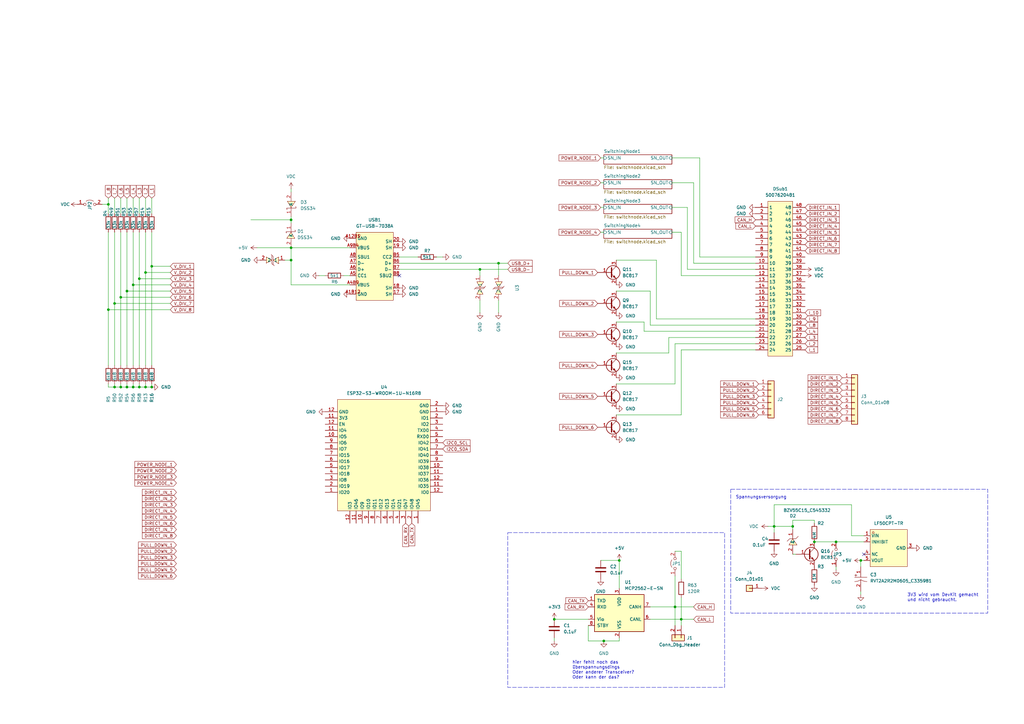
<source format=kicad_sch>
(kicad_sch (version 20250114) (generator "eeschema") (generator_version "9.0")
  (paper "A3")
  (title_block (title "ESPPDM"))
  (rectangle (start 208.28 218.44) (end 297.18 281.94) (stroke (width 0) (type dash)))
  (rectangle (start 299.72 200.66) (end 405.13 251.46) (stroke (width 0) (type dash)))
  (text "3V3 wird vom DevKit gemacht\nund nicht gebraucht." (at 372.11 246.888 0) (effects (font (size 1.27 1.27)) (justify left bottom)))
  (text "hier fehlt noch das\nüberspannungsdings\nOder anderer Transceiver?\nOder kann der das?" (at 234.696 278.638 0) (effects (font (size 1.27 1.27)) (justify left bottom)))
  (text "Spannungsversorgung" (at 301.752 204.724 0) (effects (font (size 1.27 1.27)) (justify left bottom)))
  (junction (at 54.61 158.75))
  (junction (at 353.06 229.87))
  (junction (at 59.69 111.76))
  (junction (at 59.69 158.75))
  (junction (at 49.53 158.75))
  (junction (at 57.15 114.3))
  (junction (at 204.47 107.95))
  (junction (at 44.45 127))
  (junction (at 342.9 222.25))
  (junction (at 119.38 90.17))
  (junction (at 325.12 215.9))
  (junction (at 46.99 158.75))
  (junction (at 52.07 119.38))
  (junction (at 247.65 262.89))
  (junction (at 317.5 215.9))
  (junction (at 254 229.87))
  (junction (at 52.07 158.75))
  (junction (at 276.86 248.92))
  (junction (at 279.4 254))
  (junction (at 119.38 101.6))
  (junction (at 62.23 158.75))
  (junction (at 196.85 110.49))
  (junction (at 334.01 222.25))
  (junction (at 227.33 254))
  (junction (at 49.53 121.92))
  (junction (at 57.15 158.75))
  (junction (at 46.99 124.46))
  (junction (at 54.61 116.84))
  (junction (at 119.38 106.68))
  (junction (at 62.23 109.22))
  (junction (at 44.45 83.82))
  (no_connect (at 163.83 113.03))
  (no_connect (at 354.33 227.33))
  (wire (pts (xy 143.51 116.84) (xy 119.38 116.84)))
  (wire (pts (xy 46.99 158.75) (xy 46.99 157.48)))
  (wire (pts (xy 276.86 226.06) (xy 279.4 226.06)))
  (wire (pts (xy 52.07 87.63) (xy 52.07 81.28)))
  (wire (pts (xy 52.07 119.38) (xy 69.85 119.38)))
  (wire (pts (xy 309.88 140.97) (xy 276.86 140.97)))
  (wire (pts (xy 317.5 218.44) (xy 317.5 215.9)))
  (wire (pts (xy 54.61 87.63) (xy 54.61 81.28)))
  (wire (pts (xy 274.32 138.43) (xy 309.88 138.43)))
  (wire (pts (xy 196.85 123.19) (xy 196.85 128.27)))
  (wire (pts (xy 279.4 143.51) (xy 309.88 143.51)))
  (wire (pts (xy 44.45 127) (xy 69.85 127)))
  (wire (pts (xy 59.69 111.76) (xy 59.69 149.86)))
  (wire (pts (xy 52.07 158.75) (xy 52.07 157.48)))
  (wire (pts (xy 276.86 248.92) (xy 276.86 256.54)))
  (wire (pts (xy 254 229.87) (xy 254 241.3)))
  (wire (pts (xy 119.38 88.9) (xy 119.38 90.17)))
  (wire (pts (xy 204.47 128.27) (xy 204.47 123.19)))
  (wire (pts (xy 59.69 157.48) (xy 59.69 158.75)))
  (wire (pts (xy 279.4 254) (xy 279.4 256.54)))
  (wire (pts (xy 119.38 101.6) (xy 143.51 101.6)))
  (wire (pts (xy 44.45 95.25) (xy 44.45 127)))
  (wire (pts (xy 46.99 158.75) (xy 49.53 158.75)))
  (wire (pts (xy 163.83 110.49) (xy 196.85 110.49)))
  (wire (pts (xy 252.73 144.78) (xy 274.32 144.78)))
  (wire (pts (xy 317.5 207.01) (xy 349.25 207.01)))
  (wire (pts (xy 252.73 157.48) (xy 276.86 157.48)))
  (wire (pts (xy 163.83 105.41) (xy 171.45 105.41)))
  (wire (pts (xy 281.94 110.49) (xy 309.88 110.49)))
  (wire (pts (xy 276.86 236.22) (xy 276.86 248.92)))
  (wire (pts (xy 49.53 121.92) (xy 49.53 149.86)))
  (wire (pts (xy 204.47 107.95) (xy 208.28 107.95)))
  (wire (pts (xy 279.4 245.11) (xy 279.4 254)))
  (wire (pts (xy 275.59 85.09) (xy 281.94 85.09)))
  (wire (pts (xy 266.7 133.35) (xy 309.88 133.35)))
  (wire (pts (xy 54.61 116.84) (xy 54.61 149.86)))
  (wire (pts (xy 46.99 95.25) (xy 46.99 124.46)))
  (wire (pts (xy 119.38 90.17) (xy 119.38 91.44)))
  (wire (pts (xy 44.45 127) (xy 44.45 149.86)))
  (wire (pts (xy 54.61 116.84) (xy 69.85 116.84)))
  (wire (pts (xy 57.15 95.25) (xy 57.15 114.3)))
  (wire (pts (xy 334.01 213.36) (xy 334.01 214.63)))
  (wire (pts (xy 46.99 124.46) (xy 69.85 124.46)))
  (wire (pts (xy 130.81 113.03) (xy 133.35 113.03)))
  (wire (pts (xy 275.59 64.77) (xy 287.02 64.77)))
  (wire (pts (xy 246.38 95.25) (xy 247.65 95.25)))
  (wire (pts (xy 41.91 83.82) (xy 44.45 83.82)))
  (wire (pts (xy 241.3 256.54) (xy 241.3 262.89)))
  (wire (pts (xy 59.69 81.28) (xy 59.69 87.63)))
  (wire (pts (xy 266.7 248.92) (xy 276.86 248.92)))
  (wire (pts (xy 52.07 119.38) (xy 52.07 149.86)))
  (wire (pts (xy 275.59 95.25) (xy 279.4 95.25)))
  (wire (pts (xy 119.38 106.68) (xy 116.84 106.68)))
  (wire (pts (xy 353.06 242.57) (xy 353.06 243.84)))
  (wire (pts (xy 62.23 81.28) (xy 62.23 87.63)))
  (wire (pts (xy 247.65 262.89) (xy 254 262.89)))
  (wire (pts (xy 54.61 95.25) (xy 54.61 116.84)))
  (wire (pts (xy 44.45 83.82) (xy 44.45 87.63)))
  (wire (pts (xy 252.73 119.38) (xy 266.7 119.38)))
  (wire (pts (xy 334.01 222.25) (xy 342.9 222.25)))
  (wire (pts (xy 309.88 135.89) (xy 264.16 135.89)))
  (wire (pts (xy 241.3 262.89) (xy 247.65 262.89)))
  (wire (pts (xy 59.69 95.25) (xy 59.69 111.76)))
  (wire (pts (xy 163.83 107.95) (xy 204.47 107.95)))
  (wire (pts (xy 279.4 95.25) (xy 279.4 113.03)))
  (wire (pts (xy 57.15 114.3) (xy 69.85 114.3)))
  (wire (pts (xy 140.97 113.03) (xy 143.51 113.03)))
  (wire (pts (xy 274.32 144.78) (xy 274.32 138.43)))
  (wire (pts (xy 196.85 110.49) (xy 196.85 113.03)))
  (wire (pts (xy 246.38 74.93) (xy 247.65 74.93)))
  (wire (pts (xy 309.88 130.81) (xy 269.24 130.81)))
  (wire (pts (xy 54.61 158.75) (xy 57.15 158.75)))
  (wire (pts (xy 317.5 215.9) (xy 317.5 207.01)))
  (wire (pts (xy 275.59 74.93) (xy 284.48 74.93)))
  (wire (pts (xy 59.69 158.75) (xy 57.15 158.75)))
  (wire (pts (xy 325.12 215.9) (xy 325.12 217.17)))
  (wire (pts (xy 57.15 87.63) (xy 57.15 81.28)))
  (wire (pts (xy 44.45 81.28) (xy 44.45 83.82)))
  (wire (pts (xy 62.23 157.48) (xy 62.23 158.75)))
  (wire (pts (xy 287.02 105.41) (xy 309.88 105.41)))
  (wire (pts (xy 276.86 248.92) (xy 284.48 248.92)))
  (wire (pts (xy 349.25 219.71) (xy 354.33 219.71)))
  (wire (pts (xy 46.99 81.28) (xy 46.99 87.63)))
  (wire (pts (xy 196.85 110.49) (xy 208.28 110.49)))
  (wire (pts (xy 44.45 158.75) (xy 46.99 158.75)))
  (wire (pts (xy 252.73 106.68) (xy 269.24 106.68)))
  (wire (pts (xy 52.07 158.75) (xy 54.61 158.75)))
  (wire (pts (xy 227.33 254) (xy 241.3 254)))
  (wire (pts (xy 266.7 254) (xy 279.4 254)))
  (wire (pts (xy 44.45 157.48) (xy 44.45 158.75)))
  (wire (pts (xy 52.07 95.25) (xy 52.07 119.38)))
  (wire (pts (xy 254 262.89) (xy 254 261.62)))
  (wire (pts (xy 284.48 107.95) (xy 284.48 74.93)))
  (wire (pts (xy 119.38 116.84) (xy 119.38 106.68)))
  (wire (pts (xy 57.15 158.75) (xy 57.15 157.48)))
  (wire (pts (xy 276.86 157.48) (xy 276.86 140.97)))
  (wire (pts (xy 54.61 158.75) (xy 54.61 157.48)))
  (wire (pts (xy 266.7 119.38) (xy 266.7 133.35)))
  (wire (pts (xy 49.53 121.92) (xy 69.85 121.92)))
  (wire (pts (xy 227.33 261.62) (xy 227.33 262.89)))
  (wire (pts (xy 181.61 105.41) (xy 179.07 105.41)))
  (wire (pts (xy 325.12 213.36) (xy 325.12 215.9)))
  (wire (pts (xy 252.73 170.18) (xy 279.4 170.18)))
  (wire (pts (xy 62.23 109.22) (xy 62.23 149.86)))
  (wire (pts (xy 119.38 78.74) (xy 119.38 77.47)))
  (wire (pts (xy 246.38 229.87) (xy 254 229.87)))
  (wire (pts (xy 252.73 132.08) (xy 264.16 132.08)))
  (wire (pts (xy 246.38 85.09) (xy 247.65 85.09)))
  (wire (pts (xy 119.38 106.68) (xy 119.38 101.6)))
  (wire (pts (xy 325.12 227.33) (xy 326.39 227.33)))
  (wire (pts (xy 349.25 207.01) (xy 349.25 219.71)))
  (wire (pts (xy 246.38 64.77) (xy 247.65 64.77)))
  (wire (pts (xy 46.99 124.46) (xy 46.99 149.86)))
  (wire (pts (xy 264.16 135.89) (xy 264.16 132.08)))
  (wire (pts (xy 279.4 113.03) (xy 309.88 113.03)))
  (wire (pts (xy 105.41 101.6) (xy 119.38 101.6)))
  (wire (pts (xy 57.15 114.3) (xy 57.15 149.86)))
  (wire (pts (xy 317.5 215.9) (xy 325.12 215.9)))
  (wire (pts (xy 49.53 95.25) (xy 49.53 121.92)))
  (wire (pts (xy 49.53 158.75) (xy 49.53 157.48)))
  (wire (pts (xy 279.4 170.18) (xy 279.4 143.51)))
  (wire (pts (xy 69.85 109.22) (xy 62.23 109.22)))
  (wire (pts (xy 279.4 254) (xy 284.48 254)))
  (wire (pts (xy 342.9 222.25) (xy 354.33 222.25)))
  (wire (pts (xy 102.87 90.17) (xy 119.38 90.17)))
  (wire (pts (xy 279.4 226.06) (xy 279.4 237.49)))
  (wire (pts (xy 353.06 229.87) (xy 353.06 232.41)))
  (wire (pts (xy 342.9 233.68) (xy 342.9 232.41)))
  (wire (pts (xy 314.96 215.9) (xy 317.5 215.9)))
  (wire (pts (xy 281.94 85.09) (xy 281.94 110.49)))
  (wire (pts (xy 353.06 229.87) (xy 354.33 229.87)))
  (wire (pts (xy 49.53 158.75) (xy 52.07 158.75)))
  (wire (pts (xy 49.53 87.63) (xy 49.53 81.28)))
  (wire (pts (xy 62.23 158.75) (xy 59.69 158.75)))
  (wire (pts (xy 269.24 130.81) (xy 269.24 106.68)))
  (wire (pts (xy 204.47 107.95) (xy 204.47 113.03)))
  (wire (pts (xy 62.23 95.25) (xy 62.23 109.22)))
  (wire (pts (xy 287.02 64.77) (xy 287.02 105.41)))
  (wire (pts (xy 69.85 111.76) (xy 59.69 111.76)))
  (wire (pts (xy 309.88 107.95) (xy 284.48 107.95)))
  (wire (pts (xy 325.12 213.36) (xy 334.01 213.36)))
  (global_label "DIRECT_IN_6" (shape input) (at 330.2 97.79 0) (property "Intersheetrefs" "${INTERSHEET_REFS}" (effects (hide yes))))
  (global_label "V_DIV_8" (shape input) (at 69.85 127 0) (property "Intersheetrefs" "${INTERSHEET_REFS}" (effects (hide yes))))
  (global_label "DIRECT_IN_2" (shape input) (at 72.39 204.47 180) (property "Intersheetrefs" "${INTERSHEET_REFS}" (effects (hide yes))))
  (global_label "CAN_RX" (shape input) (at 241.3 248.92 180) (property "Intersheetrefs" "${INTERSHEET_REFS}" (effects (hide yes))))
  (global_label "DIRECT_IN_8" (shape input) (at 330.2 102.87 0) (property "Intersheetrefs" "${INTERSHEET_REFS}" (effects (hide yes))))
  (global_label "PULL_DOWN_3" (shape input) (at 311.15 162.56 180) (property "Intersheetrefs" "${INTERSHEET_REFS}" (effects (hide yes))))
  (global_label "DIRECT_IN_5" (shape input) (at 345.44 165.1 180) (property "Intersheetrefs" "${INTERSHEET_REFS}" (effects (hide yes))))
  (global_label "DIRECT_IN_8" (shape input) (at 345.44 172.72 180) (property "Intersheetrefs" "${INTERSHEET_REFS}" (effects (hide yes))))
  (global_label "I_5" (shape input) (at 52.07 81.28 90) (property "Intersheetrefs" "${INTERSHEET_REFS}" (effects (hide yes))))
  (global_label "V_DIV_4" (shape input) (at 69.85 116.84 0) (property "Intersheetrefs" "${INTERSHEET_REFS}" (effects (hide yes))))
  (global_label "PULL_DOWN_2" (shape input) (at 72.39 226.06 180) (property "Intersheetrefs" "${INTERSHEET_REFS}" (effects (hide yes))))
  (global_label "PULL_DOWN_1" (shape input) (at 311.15 157.48 180) (property "Intersheetrefs" "${INTERSHEET_REFS}" (effects (hide yes))))
  (global_label "POWER_NODE_2" (shape input) (at 72.39 193.04 180) (property "Intersheetrefs" "${INTERSHEET_REFS}" (effects (hide yes))))
  (global_label "DIRECT_IN_2" (shape input) (at 345.44 157.48 180) (property "Intersheetrefs" "${INTERSHEET_REFS}" (effects (hide yes))))
  (global_label "CAN_L" (shape input) (at 309.88 92.71 180) (property "Intersheetrefs" "${INTERSHEET_REFS}" (effects (hide yes))))
  (global_label "V_DIV_1" (shape input) (at 69.85 109.22 0) (property "Intersheetrefs" "${INTERSHEET_REFS}" (effects (hide yes))))
  (global_label "PULL_DOWN_6" (shape input) (at 72.39 236.22 180) (property "Intersheetrefs" "${INTERSHEET_REFS}" (effects (hide yes))))
  (global_label "PULL_DOWN_5" (shape input) (at 72.39 233.68 180) (property "Intersheetrefs" "${INTERSHEET_REFS}" (effects (hide yes))))
  (global_label "I_4" (shape input) (at 54.61 81.28 90) (property "Intersheetrefs" "${INTERSHEET_REFS}" (effects (hide yes))))
  (global_label "DIRECT_IN_3" (shape input) (at 330.2 90.17 0) (property "Intersheetrefs" "${INTERSHEET_REFS}" (effects (hide yes))))
  (global_label "POWER_NODE_3" (shape input) (at 246.38 85.09 180) (property "Intersheetrefs" "${INTERSHEET_REFS}" (effects (hide yes))))
  (global_label "PULL_DOWN_1" (shape input) (at 72.39 223.52 180) (property "Intersheetrefs" "${INTERSHEET_REFS}" (effects (hide yes))))
  (global_label "DIRECT_IN_5" (shape input) (at 330.2 95.25 0) (property "Intersheetrefs" "${INTERSHEET_REFS}" (effects (hide yes))))
  (global_label "PULL_DOWN_4" (shape input) (at 245.11 149.86 180) (property "Intersheetrefs" "${INTERSHEET_REFS}" (effects (hide yes))))
  (global_label "V_DIV_5" (shape input) (at 69.85 119.38 0) (property "Intersheetrefs" "${INTERSHEET_REFS}" (effects (hide yes))))
  (global_label "DIRECT_IN_3" (shape input) (at 72.39 207.01 180) (property "Intersheetrefs" "${INTERSHEET_REFS}" (effects (hide yes))))
  (global_label "I_4" (shape input) (at 330.2 135.89 0) (property "Intersheetrefs" "${INTERSHEET_REFS}" (effects (hide yes))))
  (global_label "I_1" (shape input) (at 330.2 143.51 0) (property "Intersheetrefs" "${INTERSHEET_REFS}" (effects (hide yes))))
  (global_label "I2C0_SDA" (shape input) (at 181.61 184.15 0) (property "Intersheetrefs" "${INTERSHEET_REFS}" (effects (hide yes))))
  (global_label "CAN_L" (shape input) (at 284.48 254 0) (property "Intersheetrefs" "${INTERSHEET_REFS}" (effects (hide yes))))
  (global_label "PULL_DOWN_4" (shape input) (at 311.15 165.1 180) (property "Intersheetrefs" "${INTERSHEET_REFS}" (effects (hide yes))))
  (global_label "PULL_DOWN_6" (shape input) (at 311.15 170.18 180) (property "Intersheetrefs" "${INTERSHEET_REFS}" (effects (hide yes))))
  (global_label "POWER_NODE_2" (shape input) (at 246.38 74.93 180) (property "Intersheetrefs" "${INTERSHEET_REFS}" (effects (hide yes))))
  (global_label "DIRECT_IN_7" (shape input) (at 345.44 170.18 180) (property "Intersheetrefs" "${INTERSHEET_REFS}" (effects (hide yes))))
  (global_label "DIRECT_IN_6" (shape input) (at 72.39 214.63 180) (property "Intersheetrefs" "${INTERSHEET_REFS}" (effects (hide yes))))
  (global_label "I_8" (shape input) (at 330.2 133.35 0) (property "Intersheetrefs" "${INTERSHEET_REFS}" (effects (hide yes))))
  (global_label "PULL_DOWN_6" (shape input) (at 245.11 175.26 180) (property "Intersheetrefs" "${INTERSHEET_REFS}" (effects (hide yes))))
  (global_label "I_3" (shape input) (at 330.2 138.43 0) (property "Intersheetrefs" "${INTERSHEET_REFS}" (effects (hide yes))))
  (global_label "I_6" (shape input) (at 49.53 81.28 90) (property "Intersheetrefs" "${INTERSHEET_REFS}" (effects (hide yes))))
  (global_label "I_2" (shape input) (at 59.69 81.28 90) (property "Intersheetrefs" "${INTERSHEET_REFS}" (effects (hide yes))))
  (global_label "POWER_NODE_3" (shape input) (at 72.39 195.58 180) (property "Intersheetrefs" "${INTERSHEET_REFS}" (effects (hide yes))))
  (global_label "I_3" (shape input) (at 57.15 81.28 90) (property "Intersheetrefs" "${INTERSHEET_REFS}" (effects (hide yes))))
  (global_label "USB_D-" (shape input) (at 208.28 110.49 0) (property "Intersheetrefs" "${INTERSHEET_REFS}" (effects (hide yes))))
  (global_label "I_1" (shape input) (at 62.23 81.28 90) (property "Intersheetrefs" "${INTERSHEET_REFS}" (effects (hide yes))))
  (global_label "DIRECT_IN_2" (shape input) (at 330.2 87.63 0) (property "Intersheetrefs" "${INTERSHEET_REFS}" (effects (hide yes))))
  (global_label "V_DIV_7" (shape input) (at 69.85 124.46 0) (property "Intersheetrefs" "${INTERSHEET_REFS}" (effects (hide yes))))
  (global_label "I_9" (shape input) (at 330.2 130.81 0) (property "Intersheetrefs" "${INTERSHEET_REFS}" (effects (hide yes))))
  (global_label "DIRECT_IN_4" (shape input) (at 72.39 209.55 180) (property "Intersheetrefs" "${INTERSHEET_REFS}" (effects (hide yes))))
  (global_label "PULL_DOWN_5" (shape input) (at 245.11 162.56 180) (property "Intersheetrefs" "${INTERSHEET_REFS}" (effects (hide yes))))
  (global_label "I2C0_SCL" (shape input) (at 181.61 181.61 0) (property "Intersheetrefs" "${INTERSHEET_REFS}" (effects (hide yes))))
  (global_label "DIRECT_IN_3" (shape input) (at 345.44 160.02 180) (property "Intersheetrefs" "${INTERSHEET_REFS}" (effects (hide yes))))
  (global_label "DIRECT_IN_1" (shape input) (at 330.2 85.09 0) (property "Intersheetrefs" "${INTERSHEET_REFS}" (effects (hide yes))))
  (global_label "DIRECT_IN_7" (shape input) (at 72.39 217.17 180) (property "Intersheetrefs" "${INTERSHEET_REFS}" (effects (hide yes))))
  (global_label "DIRECT_IN_4" (shape input) (at 345.44 162.56 180) (property "Intersheetrefs" "${INTERSHEET_REFS}" (effects (hide yes))))
  (global_label "PULL_DOWN_4" (shape input) (at 72.39 231.14 180) (property "Intersheetrefs" "${INTERSHEET_REFS}" (effects (hide yes))))
  (global_label "CAN_H" (shape input) (at 309.88 90.17 180) (property "Intersheetrefs" "${INTERSHEET_REFS}" (effects (hide yes))))
  (global_label "PULL_DOWN_1" (shape input) (at 245.11 111.76 180) (property "Intersheetrefs" "${INTERSHEET_REFS}" (effects (hide yes))))
  (global_label "PULL_DOWN_2" (shape input) (at 311.15 160.02 180) (property "Intersheetrefs" "${INTERSHEET_REFS}" (effects (hide yes))))
  (global_label "CAN_H" (shape input) (at 284.48 248.92 0) (property "Intersheetrefs" "${INTERSHEET_REFS}" (effects (hide yes))))
  (global_label "PULL_DOWN_3" (shape input) (at 72.39 228.6 180) (property "Intersheetrefs" "${INTERSHEET_REFS}" (effects (hide yes))))
  (global_label "V_DIV_6" (shape input) (at 69.85 121.92 0) (property "Intersheetrefs" "${INTERSHEET_REFS}" (effects (hide yes))))
  (global_label "PULL_DOWN_5" (shape input) (at 311.15 167.64 180) (property "Intersheetrefs" "${INTERSHEET_REFS}" (effects (hide yes))))
  (global_label "POWER_NODE_4" (shape input) (at 72.39 198.12 180) (property "Intersheetrefs" "${INTERSHEET_REFS}" (effects (hide yes))))
  (global_label "DIRECT_IN_7" (shape input) (at 330.2 100.33 0) (property "Intersheetrefs" "${INTERSHEET_REFS}" (effects (hide yes))))
  (global_label "DIRECT_IN_1" (shape input) (at 345.44 154.94 180) (property "Intersheetrefs" "${INTERSHEET_REFS}" (effects (hide yes))))
  (global_label "CAN_TX" (shape input) (at 241.3 246.38 180) (property "Intersheetrefs" "${INTERSHEET_REFS}" (effects (hide yes))))
  (global_label "V_DIV_3" (shape input) (at 69.85 114.3 0) (property "Intersheetrefs" "${INTERSHEET_REFS}" (effects (hide yes))))
  (global_label "USB_D+" (shape input) (at 208.28 107.95 0) (property "Intersheetrefs" "${INTERSHEET_REFS}" (effects (hide yes))))
  (global_label "I_8" (shape input) (at 44.45 81.28 90) (property "Intersheetrefs" "${INTERSHEET_REFS}" (effects (hide yes))))
  (global_label "I_2" (shape input) (at 330.2 140.97 0) (property "Intersheetrefs" "${INTERSHEET_REFS}" (effects (hide yes))))
  (global_label "V_DIV_2" (shape input) (at 69.85 111.76 0) (property "Intersheetrefs" "${INTERSHEET_REFS}" (effects (hide yes))))
  (global_label "DIRECT_IN_6" (shape input) (at 345.44 167.64 180) (property "Intersheetrefs" "${INTERSHEET_REFS}" (effects (hide yes))))
  (global_label "DIRECT_IN_4" (shape input) (at 330.2 92.71 0) (property "Intersheetrefs" "${INTERSHEET_REFS}" (effects (hide yes))))
  (global_label "POWER_NODE_4" (shape input) (at 246.38 95.25 180) (property "Intersheetrefs" "${INTERSHEET_REFS}" (effects (hide yes))))
  (global_label "POWER_NODE_1" (shape input) (at 72.39 190.5 180) (property "Intersheetrefs" "${INTERSHEET_REFS}" (effects (hide yes))))
  (global_label "I_10" (shape input) (at 330.2 128.27 0) (property "Intersheetrefs" "${INTERSHEET_REFS}" (effects (hide yes))))
  (global_label "PULL_DOWN_3" (shape input) (at 245.11 137.16 180) (property "Intersheetrefs" "${INTERSHEET_REFS}" (effects (hide yes))))
  (global_label "PULL_DOWN_2" (shape input) (at 245.11 124.46 180) (property "Intersheetrefs" "${INTERSHEET_REFS}" (effects (hide yes))))
  (global_label "POWER_NODE_1" (shape input) (at 246.38 64.77 180) (property "Intersheetrefs" "${INTERSHEET_REFS}" (effects (hide yes))))
  (global_label "CAN_RX" (shape input) (at 166.37 214.63 270) (property "Intersheetrefs" "${INTERSHEET_REFS}" (effects (hide yes))))
  (global_label "DIRECT_IN_8" (shape input) (at 72.39 219.71 180) (property "Intersheetrefs" "${INTERSHEET_REFS}" (effects (hide yes))))
  (global_label "I_7" (shape input) (at 46.99 81.28 90) (property "Intersheetrefs" "${INTERSHEET_REFS}" (effects (hide yes))))
  (global_label "CAN_TX" (shape input) (at 168.91 214.63 270) (property "Intersheetrefs" "${INTERSHEET_REFS}" (effects (hide yes))))
  (global_label "DIRECT_IN_1" (shape input) (at 72.39 201.93 180) (property "Intersheetrefs" "${INTERSHEET_REFS}" (effects (hide yes))))
  (global_label "DIRECT_IN_5" (shape input) (at 72.39 212.09 180) (property "Intersheetrefs" "${INTERSHEET_REFS}" (effects (hide yes))))
  (symbol (lib_id "power:GND") (at 227.33 262.89 0) (unit 1)
    (property "Reference" "#PWR043" (effects (hide yes)))
    (property "Value" "GND" (at 227.33 267.97 0))
  )
  (symbol (lib_id "lcsc:DSS34") (at 119.38 96.52 270) (unit 1)
    (property "Reference" "D1" (at 121.92 94.8699 90) (effects (justify left)))
    (property "Value" "DSS34" (at 121.92 97.4099 90) (effects (justify left)))
    (property "Footprint" "lcsc:SOD-123_L2.8-W1.8-LS3.7-RD" (effects (hide yes)))
    (property "Datasheet" "https://lcsc.com/product-detail/Schottky-Barrier-Diodes-SBD_DSS34_C84632.html" (effects (hide yes)))
    (property "LCSC Part" "C84632" (effects (hide yes)))
  )
  (symbol (lib_name "GND_5") (lib_id "power:GND") (at 252.73 116.84 90) (unit 1)
    (property "Reference" "#PWR010" (effects (hide yes)))
    (property "Value" "GND" (at 256.54 116.8399 90) (effects (justify right)))
    (property "Description" "Power symbol creates a global label with name \"GND\" , ground" (effects (hide yes)))
  )
  (symbol (lib_id "Device:R") (at 46.99 153.67 0) (unit 1)
    (property "Reference" "R50" (at 46.99 165.1 90) (effects (justify left)))
    (property "Value" "6k8" (at 46.99 156.21 90) (effects (justify left)))
    (property "Footprint" "Resistor_SMD:R_0603_1608Metric" (effects (hide yes)))
  )
  (symbol (lib_id "Device:R") (at 57.15 91.44 0) (unit 1)
    (property "Reference" "R57" (at 55.88 88.9 90) (effects (justify left)))
    (property "Value" "33k" (at 57.15 93.98 90) (effects (justify left)))
    (property "Footprint" "Resistor_SMD:R_0603_1608Metric" (effects (hide yes)))
  )
  (symbol (lib_id "Device:R") (at 59.69 91.44 0) (unit 1)
    (property "Reference" "R14" (at 58.42 88.9 90) (effects (justify left)))
    (property "Value" "33k" (at 59.69 93.98 90) (effects (justify left)))
    (property "Footprint" "Resistor_SMD:R_0603_1608Metric" (effects (hide yes)))
  )
  (symbol (lib_id "power:VDC") (at 31.75 83.82 90) (unit 1)
    (property "Reference" "#PWR011" (effects (hide yes)))
    (property "Value" "VDC" (at 28.702 83.82 90) (effects (justify left)))
    (property "Description" "Power symbol creates a global label with name \"VDC\"" (effects (hide yes)))
  )
  (symbol (lib_name "GND_5") (lib_id "power:GND") (at 252.73 154.94 90) (unit 1)
    (property "Reference" "#PWR014" (effects (hide yes)))
    (property "Value" "GND" (at 256.54 154.9399 90) (effects (justify right)))
    (property "Description" "Power symbol creates a global label with name \"GND\" , ground" (effects (hide yes)))
  )
  (symbol (lib_id "Transistor_BJT:BC817") (at 250.19 111.76 0) (unit 1)
    (property "Reference" "Q11" (at 255.27 110.4899 0) (effects (justify left)))
    (property "Value" "BC817" (at 255.27 113.0299 0) (effects (justify left)))
    (property "Footprint" "Package_TO_SOT_SMD:SOT-23" (effects (hide yes)))
    (property "Datasheet" "https://www.onsemi.com/pub/Collateral/BC818-D.pdf" (effects (hide yes)))
    (property "Description" "0.8A Ic, 45V Vce, NPN Transistor, SOT-23" (effects (hide yes)))
  )
  (symbol (lib_name "GND_1") (lib_id "power:GND") (at 163.83 101.6 90) (unit 1)
    (property "Reference" "#PWR031" (effects (hide yes)))
    (property "Value" "GND" (at 167.64 101.5999 90) (effects (justify right)))
    (property "Description" "Power symbol creates a global label with name \"GND\" , ground" (effects (hide yes)))
  )
  (symbol (lib_name "GND_2") (lib_id "power:GND") (at 130.81 113.03 270) (unit 1)
    (property "Reference" "#PWR037" (effects (hide yes)))
    (property "Value" "GND" (at 127 113.0301 90) (effects (justify right)))
    (property "Description" "Power symbol creates a global label with name \"GND\" , ground" (effects (hide yes)))
  )
  (symbol (lib_name "GND_4") (lib_id "power:GND") (at 309.88 87.63 270) (unit 1)
    (property "Reference" "#PWR026" (effects (hide yes)))
    (property "Value" "GND" (at 306.07 87.6299 90) (effects (justify right)))
    (property "Description" "Power symbol creates a global label with name \"GND\" , ground" (effects (hide yes)))
  )
  (symbol (lib_id "lcsc:BNLESD5D5.0CT1G") (at 111.76 106.68 180) (unit 1)
    (property "Reference" "U6" (effects (hide yes)))
    (property "Value" "BNLESD5D5.0CT1G" (effects (hide yes)))
    (property "Footprint" "lcsc:SOD-523_L1.2-W0.8-LS1.6-BI" (effects (hide yes)))
    (property "LCSC Part" "C20416613" (effects (hide yes)))
  )
  (symbol (lib_name "GND_2") (lib_id "power:GND") (at 196.85 128.27 0) (unit 1)
    (property "Reference" "#PWR035" (effects (hide yes)))
    (property "Value" "GND" (at 196.8501 132.08 90) (effects (justify right)))
    (property "Description" "Power symbol creates a global label with name \"GND\" , ground" (effects (hide yes)))
  )
  (symbol (lib_id "lcsc:BNLESD5D5.0CT1G") (at 196.85 118.11 270) (unit 1)
    (property "Reference" "U2" (effects (hide yes)))
    (property "Value" "BNLESD5D5.0CT1G" (effects (hide yes)))
    (property "Footprint" "lcsc:SOD-523_L1.2-W0.8-LS1.6-BI" (effects (hide yes)))
    (property "LCSC Part" "C20416613" (effects (hide yes)))
  )
  (symbol (lib_id "Device:R") (at 334.01 236.22 0) (unit 1)
    (property "Reference" "R3" (at 335.28 232.41 0) (effects (justify left)))
    (property "Value" "1M" (at 334.01 237.998 90) (effects (justify left)))
    (property "Footprint" "Resistor_SMD:R_0603_1608Metric" (effects (hide yes)))
  )
  (symbol (lib_id "Device:R") (at 44.45 153.67 0) (unit 1)
    (property "Reference" "R5" (at 44.45 165.1 90) (effects (justify left)))
    (property "Value" "6k8" (at 44.45 156.21 90) (effects (justify left)))
    (property "Footprint" "Resistor_SMD:R_0603_1608Metric" (effects (hide yes)))
  )
  (symbol (lib_id "lcsc:ESP32-S3-WROOM-1U-N16R8") (at 157.48 189.23 0) (unit 1)
    (property "Reference" "U4" (at 157.48 158.75 0))
    (property "Value" "ESP32-S3-WROOM-1U-N16R8" (at 157.48 161.29 0))
    (property "Footprint" "lcsc:WIRELM-SMD_ESP32-S3-WROOM-1U" (effects (hide yes)))
    (property "LCSC Part" "C3013946" (effects (hide yes)))
  )
  (symbol (lib_id "Transistor_BJT:BC817") (at 250.19 175.26 0) (unit 1)
    (property "Reference" "Q13" (at 255.27 173.9899 0) (effects (justify left)))
    (property "Value" "BC817" (at 255.27 176.5299 0) (effects (justify left)))
    (property "Footprint" "Package_TO_SOT_SMD:SOT-23" (effects (hide yes)))
    (property "Datasheet" "https://www.onsemi.com/pub/Collateral/BC818-D.pdf" (effects (hide yes)))
    (property "Description" "0.8A Ic, 45V Vce, NPN Transistor, SOT-23" (effects (hide yes)))
  )
  (symbol (lib_name "GND_4") (lib_id "power:GND") (at 181.61 166.37 90) (unit 1)
    (property "Reference" "#PWR012" (effects (hide yes)))
    (property "Value" "GND" (at 185.42 166.3699 90) (effects (justify right)))
    (property "Description" "Power symbol creates a global label with name \"GND\" , ground" (effects (hide yes)))
  )
  (symbol (lib_id "Device:R") (at 57.15 153.67 0) (unit 1)
    (property "Reference" "R58" (at 57.15 165.1 90) (effects (justify left)))
    (property "Value" "6k8" (at 57.15 156.21 90) (effects (justify left)))
    (property "Footprint" "Resistor_SMD:R_0603_1608Metric" (effects (hide yes)))
  )
  (symbol (lib_id "Device:R") (at 334.01 218.44 0) (unit 1)
    (property "Reference" "R2" (at 335.28 214.63 0) (effects (justify left)))
    (property "Value" "4M" (at 334.01 220.98 90) (effects (justify left)))
    (property "Footprint" "Resistor_SMD:R_0603_1608Metric" (effects (hide yes)))
  )
  (symbol (lib_id "Device:R") (at 62.23 91.44 0) (unit 1)
    (property "Reference" "R15" (at 60.96 88.9 90) (effects (justify left)))
    (property "Value" "33k" (at 62.23 93.98 90) (effects (justify left)))
    (property "Footprint" "Resistor_SMD:R_0603_1608Metric" (effects (hide yes)))
  )
  (symbol (lib_id "Device:R") (at 175.26 105.41 90) (unit 1)
    (property "Reference" "R?" (at 176.53 102.87 90) (effects (justify left)))
    (property "Value" "5k1" (at 177.038 105.41 90) (effects (justify left)))
    (property "Footprint" "Resistor_SMD:R_0603_1608Metric" (effects (hide yes)))
  )
  (symbol (lib_id "Device:R") (at 49.53 91.44 0) (unit 1)
    (property "Reference" "R51" (at 48.26 88.9 90) (effects (justify left)))
    (property "Value" "33k" (at 49.53 93.98 90) (effects (justify left)))
    (property "Footprint" "Resistor_SMD:R_0603_1608Metric" (effects (hide yes)))
  )
  (symbol (lib_id "power:VDC") (at 312.42 241.3 270) (unit 1)
    (property "Reference" "#PWR023" (effects (hide yes)))
    (property "Value" "VDC" (at 316.23 241.2999 90) (effects (justify left)))
    (property "Description" "Power symbol creates a global label with name \"VDC\"" (effects (hide yes)))
  )
  (symbol (lib_id "Transistor_BJT:BC817") (at 250.19 149.86 0) (unit 1)
    (property "Reference" "Q15" (at 255.27 148.5899 0) (effects (justify left)))
    (property "Value" "BC817" (at 255.27 151.1299 0) (effects (justify left)))
    (property "Footprint" "Package_TO_SOT_SMD:SOT-23" (effects (hide yes)))
    (property "Datasheet" "https://www.onsemi.com/pub/Collateral/BC818-D.pdf" (effects (hide yes)))
    (property "Description" "0.8A Ic, 45V Vce, NPN Transistor, SOT-23" (effects (hide yes)))
  )
  (symbol (lib_id "power:GND") (at 62.23 158.75 90) (unit 1)
    (property "Reference" "#PWR015" (effects (hide yes)))
    (property "Value" "GND" (at 66.04 158.7499 90) (effects (justify right)))
  )
  (symbol (lib_id "Device:R") (at 59.69 153.67 0) (unit 1)
    (property "Reference" "R13" (at 59.69 165.1 90) (effects (justify left)))
    (property "Value" "6k8" (at 59.69 156.21 90) (effects (justify left)))
    (property "Footprint" "Resistor_SMD:R_0603_1608Metric" (effects (hide yes)))
  )
  (symbol (lib_id "power:GND") (at 342.9 233.68 0) (unit 1)
    (property "Reference" "#PWR016" (effects (hide yes)))
    (property "Value" "GND" (at 342.9 238.76 0))
  )
  (symbol (lib_id "Connector_Generic:Conn_01x01") (at 307.34 241.3 180) (unit 1)
    (property "Reference" "J4" (at 307.34 234.95 0))
    (property "Value" "Conn_01x01" (at 307.34 237.49 0))
    (property "Footprint" "Connector_PinHeader_2.54mm:PinHeader_1x01_P2.54mm_Vertical" (effects (hide yes)))
    (property "Description" "Generic connector, single row, 01x01, script generated (kicad-library-utils/schlib/autogen/connector/)" (effects (hide yes)))
  )
  (symbol (lib_id "Device:R") (at 137.16 113.03 270) (unit 1)
    (property "Reference" "R6" (at 135.89 115.57 90) (effects (justify left)))
    (property "Value" "5k1" (at 135.382 113.03 90) (effects (justify left)))
    (property "Footprint" "Resistor_SMD:R_0603_1608Metric" (effects (hide yes)))
  )
  (symbol (lib_id "power:+5V") (at 254 229.87 0) (unit 1)
    (property "Reference" "#PWR049" (effects (hide yes)))
    (property "Value" "+5V" (at 254 224.79 0))
  )
  (symbol (lib_id "lcsc:5007620481") (at 320.04 114.3 0) (unit 1)
    (property "Reference" "DSub1" (at 320.04 77.47 0))
    (property "Value" "5007620481" (at 320.04 80.01 0))
    (property "Footprint" "lcsc:CONN-TH_5007620481" (effects (hide yes)))
    (property "Datasheet" "https://lcsc.com/product-detail/D-Sub-Connectors_MOLEX_5007620481_5007620481_C164171.html" (effects (hide yes)))
    (property "LCSC Part" "C164171" (effects (hide yes)))
  )
  (symbol (lib_id "Device:C") (at 246.38 233.68 0) (unit 1)
    (property "Reference" "C2" (at 250.19 232.41 0) (effects (justify left)))
    (property "Value" "0.1uF" (at 250.19 234.95 0) (effects (justify left)))
    (property "Footprint" "Capacitor_SMD:C_0603_1608Metric" (effects (hide yes)))
  )
  (symbol (lib_id "lcsc:BNLESD5D5.0CT1G") (at 204.47 118.11 270) (unit 1)
    (property "Reference" "U3" (at 212.09 118.11 0))
    (property "Value" "BNLESD5D5.0CT1G" (effects (hide yes)))
    (property "Footprint" "lcsc:SOD-523_L1.2-W0.8-LS1.6-BI" (effects (hide yes)))
    (property "LCSC Part" "C20416613" (effects (hide yes)))
  )
  (symbol (lib_id "Jumper:Jumper_2_Open") (at 276.86 231.14 90) (unit 1)
    (property "Reference" "JP1" (at 275.59 231.14 90) (effects (justify right)))
    (property "Value" "Jumper_2_Open" (effects (hide yes)))
    (property "Footprint" "Jumper:SolderJumper-2_P1.3mm_Open_Pad1.0x1.5mm" (effects (hide yes)))
  )
  (symbol (lib_id "power:VDC") (at 314.96 215.9 90) (unit 1)
    (property "Reference" "#PWR022" (effects (hide yes)))
    (property "Value" "VDC" (at 311.15 215.8999 90) (effects (justify left)))
    (property "Description" "Power symbol creates a global label with name \"VDC\"" (effects (hide yes)))
  )
  (symbol (lib_id "power:GND") (at 317.5 226.06 0) (unit 1)
    (property "Reference" "#PWR063" (effects (hide yes)))
    (property "Value" "GND" (at 317.5 231.14 0))
  )
  (symbol (lib_id "power:+3V3") (at 227.33 254 0) (unit 1)
    (property "Reference" "#PWR042" (effects (hide yes)))
    (property "Value" "+3V3" (at 227.33 248.92 0))
  )
  (symbol (lib_id "Device:R") (at 54.61 153.67 0) (unit 1)
    (property "Reference" "R56" (at 54.61 165.1 90) (effects (justify left)))
    (property "Value" "6k8" (at 54.61 156.21 90) (effects (justify left)))
    (property "Footprint" "Resistor_SMD:R_0603_1608Metric" (effects (hide yes)))
  )
  (symbol (lib_id "power:GND") (at 374.65 224.79 90) (unit 1)
    (property "Reference" "#PWR066" (effects (hide yes)))
    (property "Value" "GND" (at 378.46 224.7899 90) (effects (justify right)))
  )
  (symbol (lib_id "lcsc:RVT2A2R2M0605_C335981") (at 353.06 237.49 0) (unit 1)
    (property "Reference" "C3" (at 356.87 235.7161 0) (effects (justify left)))
    (property "Value" "RVT2A2R2M0605_C335981" (at 356.87 238.2561 0) (effects (justify left)))
    (property "Footprint" "lcsc:CAP-SMD_BD6.3-L6.6-W6.6-FD" (effects (hide yes)))
    (property "Datasheet" "https://lcsc.com/product-detail/Others_ROQANG-RVT2A2R2M0605_C335981.html" (effects (hide yes)))
    (property "LCSC Part" "C335981" (effects (hide yes)))
  )
  (symbol (lib_id "Connector_Generic:Conn_01x02") (at 279.4 261.62 270) (unit 1)
    (property "Reference" "J1" (at 281.686 261.62 90) (effects (justify left)))
    (property "Value" "Conn_Dbg_Header" (at 270.256 264.414 90) (effects (justify left)))
    (property "Footprint" "Connector_PinHeader_2.54mm:PinHeader_1x02_P2.54mm_Vertical" (effects (hide yes)))
    (property "Description" "Generic connector, single row, 01x02, script generated (kicad-library-utils/schlib/autogen/connector/)" (effects (hide yes)))
  )
  (symbol (lib_name "+5V_1") (lib_id "power:+5V") (at 105.41 101.6 90) (unit 1)
    (property "Reference" "#PWR039" (effects (hide yes)))
    (property "Value" "+5V" (at 101.6 101.5999 90) (effects (justify left)))
    (property "Description" "Power symbol creates a global label with name \"+5V\"" (effects (hide yes)))
  )
  (symbol (lib_id "Device:R") (at 44.45 91.44 0) (unit 1)
    (property "Reference" "R4" (at 43.18 88.9 90) (effects (justify left)))
    (property "Value" "33k" (at 44.45 93.98 90) (effects (justify left)))
    (property "Footprint" "Resistor_SMD:R_0603_1608Metric" (effects (hide yes)))
  )
  (symbol (lib_id "Transistor_BJT:BC817") (at 250.19 124.46 0) (unit 1)
    (property "Reference" "Q9" (at 255.27 123.1899 0) (effects (justify left)))
    (property "Value" "BC817" (at 255.27 125.7299 0) (effects (justify left)))
    (property "Footprint" "Package_TO_SOT_SMD:SOT-23" (effects (hide yes)))
    (property "Datasheet" "https://www.onsemi.com/pub/Collateral/BC818-D.pdf" (effects (hide yes)))
    (property "Description" "0.8A Ic, 45V Vce, NPN Transistor, SOT-23" (effects (hide yes)))
  )
  (symbol (lib_name "GND_5") (lib_id "power:GND") (at 252.73 142.24 90) (unit 1)
    (property "Reference" "#PWR013" (effects (hide yes)))
    (property "Value" "GND" (at 256.54 142.2399 90) (effects (justify right)))
    (property "Description" "Power symbol creates a global label with name \"GND\" , ground" (effects (hide yes)))
  )
  (symbol (lib_name "GND_5") (lib_id "power:GND") (at 252.73 129.54 90) (unit 1)
    (property "Reference" "#PWR09" (effects (hide yes)))
    (property "Value" "GND" (at 256.54 129.5399 90) (effects (justify right)))
    (property "Description" "Power symbol creates a global label with name \"GND\" , ground" (effects (hide yes)))
  )
  (symbol (lib_id "Device:R") (at 54.61 91.44 0) (unit 1)
    (property "Reference" "R55" (at 53.34 88.9 90) (effects (justify left)))
    (property "Value" "33k" (at 54.61 93.98 90) (effects (justify left)))
    (property "Footprint" "Resistor_SMD:R_0603_1608Metric" (effects (hide yes)))
  )
  (symbol (lib_name "GND_2") (lib_id "power:GND") (at 106.68 106.68 270) (unit 1)
    (property "Reference" "#PWR038" (effects (hide yes)))
    (property "Value" "GND" (at 102.87 106.6801 90) (effects (justify right)))
    (property "Description" "Power symbol creates a global label with name \"GND\" , ground" (effects (hide yes)))
  )
  (symbol (lib_id "Device:R") (at 52.07 153.67 0) (unit 1)
    (property "Reference" "R54" (at 52.07 165.1 90) (effects (justify left)))
    (property "Value" "6k8" (at 52.07 156.21 90) (effects (justify left)))
    (property "Footprint" "Resistor_SMD:R_0603_1608Metric" (effects (hide yes)))
  )
  (symbol (lib_name "GND_1") (lib_id "power:GND") (at 163.83 118.11 90) (unit 1)
    (property "Reference" "#PWR032" (effects (hide yes)))
    (property "Value" "GND" (at 167.64 118.1099 90) (effects (justify right)))
    (property "Description" "Power symbol creates a global label with name \"GND\" , ground" (effects (hide yes)))
  )
  (symbol (lib_name "GND_5") (lib_id "power:GND") (at 252.73 180.34 90) (unit 1)
    (property "Reference" "#PWR017" (effects (hide yes)))
    (property "Value" "GND" (at 256.54 180.3399 90) (effects (justify right)))
    (property "Description" "Power symbol creates a global label with name \"GND\" , ground" (effects (hide yes)))
  )
  (symbol (lib_id "Transistor_BJT:BC817") (at 331.47 227.33 0) (unit 1)
    (property "Reference" "Q16" (at 336.55 226.0599 0) (effects (justify left)))
    (property "Value" "BC817" (at 336.55 228.5999 0) (effects (justify left)))
    (property "Footprint" "Package_TO_SOT_SMD:SOT-23" (effects (hide yes)))
    (property "Datasheet" "https://www.onsemi.com/pub/Collateral/BC818-D.pdf" (effects (hide yes)))
    (property "Description" "0.8A Ic, 45V Vce, NPN Transistor, SOT-23" (effects (hide yes)))
    (property "lcsc" "C52801" (effects (hide yes)))
  )
  (symbol (lib_name "GND_2") (lib_id "power:GND") (at 181.61 105.41 90) (unit 1)
    (property "Reference" "#PWR036" (effects (hide yes)))
    (property "Value" "GND" (at 185.42 105.4099 90) (effects (justify right)))
    (property "Description" "Power symbol creates a global label with name \"GND\" , ground" (effects (hide yes)))
  )
  (symbol (lib_id "power:GND") (at 334.01 240.03 0) (unit 1)
    (property "Reference" "#PWR018" (effects (hide yes)))
    (property "Value" "GND" (at 334.01 245.11 0))
  )
  (symbol (lib_id "Device:C") (at 227.33 257.81 0) (unit 1)
    (property "Reference" "C1" (at 231.14 256.54 0) (effects (justify left)))
    (property "Value" "0.1uF" (at 231.14 259.08 0) (effects (justify left)))
    (property "Footprint" "Capacitor_SMD:C_0603_1608Metric" (effects (hide yes)))
  )
  (symbol (lib_id "Transistor_BJT:BC817") (at 250.19 162.56 0) (unit 1)
    (property "Reference" "Q12" (at 255.27 161.2899 0) (effects (justify left)))
    (property "Value" "BC817" (at 255.27 163.8299 0) (effects (justify left)))
    (property "Footprint" "Package_TO_SOT_SMD:SOT-23" (effects (hide yes)))
    (property "Datasheet" "https://www.onsemi.com/pub/Collateral/BC818-D.pdf" (effects (hide yes)))
    (property "Description" "0.8A Ic, 45V Vce, NPN Transistor, SOT-23" (effects (hide yes)))
  )
  (symbol (lib_name "GND_1") (lib_id "power:GND") (at 163.83 120.65 90) (unit 1)
    (property "Reference" "#PWR033" (effects (hide yes)))
    (property "Value" "GND" (at 167.64 120.6499 90) (effects (justify right)))
    (property "Description" "Power symbol creates a global label with name \"GND\" , ground" (effects (hide yes)))
  )
  (symbol (lib_id "Connector_Generic:Conn_01x06") (at 316.23 162.56 0) (unit 1)
    (property "Reference" "J2" (at 318.77 163.8299 0) (effects (justify left)))
    (property "Value" "Conn_01x07" (effects (hide yes)))
    (property "Footprint" "Connector_PinSocket_2.54mm:PinSocket_1x06_P2.54mm_Vertical" (effects (hide yes)))
    (property "Description" "Generic connector, single row, 01x06, script generated (kicad-library-utils/schlib/autogen/connector/)" (effects (hide yes)))
  )
  (symbol (lib_id "power:GND") (at 246.38 237.49 0) (unit 1)
    (property "Reference" "#PWR044" (effects (hide yes)))
    (property "Value" "GND" (at 246.38 242.57 0))
  )
  (symbol (lib_id "Device:R") (at 62.23 153.67 0) (unit 1)
    (property "Reference" "R16" (at 62.23 165.1 90) (effects (justify left)))
    (property "Value" "6k8" (at 62.23 156.21 90) (effects (justify left)))
    (property "Footprint" "Resistor_SMD:R_0603_1608Metric" (effects (hide yes)))
  )
  (symbol (lib_id "lcsc:GT-USB-7038A") (at 153.67 109.22 0) (unit 1)
    (property "Reference" "USB1" (at 153.67 90.17 0))
    (property "Value" "GT-USB-7038A" (at 153.67 92.71 0))
    (property "Footprint" "lcsc:USB-C-TH_G-SWITCH_GT-USB-7038X" (effects (hide yes)))
    (property "LCSC Part" "C2982474" (effects (hide yes)))
  )
  (symbol (lib_id "Device:C") (at 317.5 222.25 0) (unit 1)
    (property "Reference" "C4" (at 312.42 220.98 0) (effects (justify left)))
    (property "Value" "0.1uF" (at 308.61 223.52 0) (effects (justify left)))
    (property "Footprint" "Capacitor_SMD:C_0603_1608Metric" (effects (hide yes)))
  )
  (symbol (lib_id "Device:R") (at 46.99 91.44 0) (unit 1)
    (property "Reference" "R49" (at 45.72 88.9 90) (effects (justify left)))
    (property "Value" "33k" (at 46.99 93.98 90) (effects (justify left)))
    (property "Footprint" "Resistor_SMD:R_0603_1608Metric" (effects (hide yes)))
  )
  (symbol (lib_id "power:VDC") (at 330.2 110.49 270) (unit 1)
    (property "Reference" "#PWR020" (effects (hide yes)))
    (property "Value" "VDC" (at 334.01 110.4899 90) (effects (justify left)))
    (property "Description" "Power symbol creates a global label with name \"VDC\"" (effects (hide yes)))
  )
  (symbol (lib_id "lcsc:BZV55C15_C545332") (at 325.12 222.25 270) (unit 1)
    (property "Reference" "D2" (at 323.85 211.582 90) (effects (justify left)))
    (property "Value" "BZV55C15_C545332" (at 321.31 209.296 90) (effects (justify left)))
    (property "Footprint" "lcsc:SOD-80_L3.5-W1.5-RD" (effects (hide yes)))
    (property "Datasheet" "https://lcsc.com/product-detail/Zener-Diodes_LGE-BZV55C15_C545332.html" (effects (hide yes)))
    (property "LCSC Part" "C545332" (effects (hide yes)))
  )
  (symbol (lib_name "GND_1") (lib_id "power:GND") (at 143.51 120.65 270) (unit 1)
    (property "Reference" "#PWR028" (effects (hide yes)))
    (property "Value" "GND" (at 139.7 120.6499 90) (effects (justify right)))
    (property "Description" "Power symbol creates a global label with name \"GND\" , ground" (effects (hide yes)))
  )
  (symbol (lib_id "Interface_CAN_LIN:MCP2562-E-SN") (at 254 251.46 0) (unit 1)
    (property "Reference" "U1" (at 256.1941 238.76 0) (effects (justify left)))
    (property "Value" "MCP2562-E-SN" (at 256.1941 241.3 0) (effects (justify left)))
    (property "Footprint" "Package_SO:SOIC-8_3.9x4.9mm_P1.27mm" (effects (hide yes)))
    (property "Datasheet" "http://ww1.microchip.com/downloads/en/DeviceDoc/25167A.pdf" (effects (hide yes)))
    (property "lcsc" "C53609" (effects (hide yes)))
  )
  (symbol (lib_name "GND_1") (lib_id "power:GND") (at 143.51 97.79 270) (unit 1)
    (property "Reference" "#PWR029" (effects (hide yes)))
    (property "Value" "GND" (at 139.7 97.7899 90) (effects (justify right)))
    (property "Description" "Power symbol creates a global label with name \"GND\" , ground" (effects (hide yes)))
  )
  (symbol (lib_id "Device:R") (at 52.07 91.44 0) (unit 1)
    (property "Reference" "R53" (at 50.8 88.9 90) (effects (justify left)))
    (property "Value" "33k" (at 52.07 93.98 90) (effects (justify left)))
    (property "Footprint" "Resistor_SMD:R_0603_1608Metric" (effects (hide yes)))
  )
  (symbol (lib_id "Jumper:Jumper_2_Open") (at 36.83 83.82 0) (unit 1)
    (property "Reference" "JP2" (at 36.83 82.55 90) (effects (justify right)))
    (property "Value" "VCC_as_Pin_8" (effects (hide yes)))
    (property "Footprint" "Jumper:SolderJumper-2_P1.3mm_Open_Pad1.0x1.5mm" (effects (hide yes)))
  )
  (symbol (lib_id "power:GND") (at 247.65 262.89 0) (unit 1)
    (property "Reference" "#PWR045" (effects (hide yes)))
    (property "Value" "GND" (at 247.65 267.97 0))
  )
  (symbol (lib_id "Connector_Generic:Conn_01x08") (at 350.52 162.56 0) (unit 1)
    (property "Reference" "J3" (at 353.06 162.5599 0) (effects (justify left)))
    (property "Value" "Conn_01x08" (at 353.06 165.0999 0) (effects (justify left)))
    (property "Footprint" "Connector_PinSocket_2.54mm:PinSocket_1x08_P2.54mm_Vertical" (effects (hide yes)))
    (property "Description" "Generic connector, single row, 01x08, script generated (kicad-library-utils/schlib/autogen/connector/)" (effects (hide yes)))
  )
  (symbol (lib_name "GND_1") (lib_id "power:GND") (at 163.83 99.06 90) (unit 1)
    (property "Reference" "#PWR030" (effects (hide yes)))
    (property "Value" "GND" (at 167.64 99.0599 90) (effects (justify right)))
    (property "Description" "Power symbol creates a global label with name \"GND\" , ground" (effects (hide yes)))
  )
  (symbol (lib_id "lcsc:DSS34") (at 119.38 83.82 90) (unit 1)
    (property "Reference" "D3" (at 123.19 82.9299 90) (effects (justify right)))
    (property "Value" "DSS34" (at 123.19 85.4699 90) (effects (justify right)))
    (property "Footprint" "lcsc:SOD-123_L2.8-W1.8-LS3.7-RD" (effects (hide yes)))
    (property "Datasheet" "https://lcsc.com/product-detail/Schottky-Barrier-Diodes-SBD_DSS34_C84632.html" (effects (hide yes)))
    (property "LCSC Part" "C84632" (effects (hide yes)))
  )
  (symbol (lib_id "Jumper:Jumper_2_Open") (at 342.9 227.33 90) (unit 1)
    (property "Reference" "JP3" (at 341.63 227.33 90) (effects (justify right)))
    (property "Value" "Jumper_2_Open" (effects (hide yes)))
    (property "Footprint" "Jumper:SolderJumper-2_P1.3mm_Open_Pad1.0x1.5mm" (effects (hide yes)))
  )
  (symbol (lib_id "Transistor_BJT:BC817") (at 250.19 137.16 0) (unit 1)
    (property "Reference" "Q10" (at 255.27 135.8899 0) (effects (justify left)))
    (property "Value" "BC817" (at 255.27 138.4299 0) (effects (justify left)))
    (property "Footprint" "Package_TO_SOT_SMD:SOT-23" (effects (hide yes)))
    (property "Datasheet" "https://www.onsemi.com/pub/Collateral/BC818-D.pdf" (effects (hide yes)))
    (property "Description" "0.8A Ic, 45V Vce, NPN Transistor, SOT-23" (effects (hide yes)))
  )
  (symbol (lib_id "power:VDC") (at 119.38 77.47 0) (unit 1)
    (property "Reference" "#PWR040" (effects (hide yes)))
    (property "Value" "VDC" (at 119.38 72.39 0))
    (property "Description" "Power symbol creates a global label with name \"VDC\"" (effects (hide yes)))
  )
  (symbol (lib_id "power:+5V") (at 353.06 229.87 90) (unit 1)
    (property "Reference" "#PWR055" (effects (hide yes)))
    (property "Value" "+5V" (at 349.25 229.87 90) (effects (justify left)))
  )
  (symbol (lib_id "lcsc:LF50CPT-TR") (at 364.49 224.79 0) (unit 1)
    (property "Reference" "U5" (at 364.49 212.09 0))
    (property "Value" "LF50CPT-TR" (at 364.49 214.63 0))
    (property "Footprint" "lcsc:PPAK-5_L6.5-W6.1-P1.27-LS10.0-TL" (effects (hide yes)))
    (property "LCSC Part" "C2970955" (effects (hide yes)))
  )
  (symbol (lib_name "GND_4") (lib_id "power:GND") (at 309.88 85.09 270) (unit 1)
    (property "Reference" "#PWR025" (effects (hide yes)))
    (property "Value" "GND" (at 306.07 85.0899 90) (effects (justify right)))
    (property "Description" "Power symbol creates a global label with name \"GND\" , ground" (effects (hide yes)))
  )
  (symbol (lib_id "power:GND") (at 353.06 243.84 0) (unit 1)
    (property "Reference" "#PWR064" (effects (hide yes)))
    (property "Value" "GND" (at 353.06 248.92 0))
  )
  (symbol (lib_id "Device:R") (at 279.4 241.3 0) (unit 1)
    (property "Reference" "R63" (at 281.94 240.03 0) (effects (justify left)))
    (property "Value" "120R" (at 281.94 242.57 0) (effects (justify left)))
    (property "Footprint" "Resistor_SMD:R_0603_1608Metric" (effects (hide yes)))
  )
  (symbol (lib_name "GND_4") (lib_id "power:GND") (at 181.61 168.91 90) (unit 1)
    (property "Reference" "#PWR024" (effects (hide yes)))
    (property "Value" "GND" (at 185.42 168.9099 90) (effects (justify right)))
    (property "Description" "Power symbol creates a global label with name \"GND\" , ground" (effects (hide yes)))
  )
  (symbol (lib_id "power:VDC") (at 330.2 113.03 270) (unit 1)
    (property "Reference" "#PWR021" (effects (hide yes)))
    (property "Value" "VDC" (at 334.01 113.0299 90) (effects (justify left)))
    (property "Description" "Power symbol creates a global label with name \"VDC\"" (effects (hide yes)))
  )
  (symbol (lib_name "GND_2") (lib_id "power:GND") (at 204.47 128.27 0) (unit 1)
    (property "Reference" "#PWR034" (effects (hide yes)))
    (property "Value" "GND" (at 204.4701 132.08 90) (effects (justify right)))
    (property "Description" "Power symbol creates a global label with name \"GND\" , ground" (effects (hide yes)))
  )
  (symbol (lib_name "GND_5") (lib_id "power:GND") (at 252.73 167.64 90) (unit 1)
    (property "Reference" "#PWR019" (effects (hide yes)))
    (property "Value" "GND" (at 256.54 167.6399 90) (effects (justify right)))
    (property "Description" "Power symbol creates a global label with name \"GND\" , ground" (effects (hide yes)))
  )
  (symbol (lib_id "Device:R") (at 49.53 153.67 0) (unit 1)
    (property "Reference" "R52" (at 49.53 165.1 90) (effects (justify left)))
    (property "Value" "6k8" (at 49.53 156.21 90) (effects (justify left)))
    (property "Footprint" "Resistor_SMD:R_0603_1608Metric" (effects (hide yes)))
  )
  (symbol (lib_name "GND_4") (lib_id "power:GND") (at 133.35 168.91 270) (unit 1)
    (property "Reference" "#PWR027" (effects (hide yes)))
    (property "Value" "GND" (at 129.54 168.9099 90) (effects (justify right)))
    (property "Description" "Power symbol creates a global label with name \"GND\" , ground" (effects (hide yes)))
  )
  (sheet (at 247.65 83.82) (size 27.94 3.81) (stroke (width 0.1524))
    (property "Sheetname" "SwitchingNode3" (at 247.65 83.1084 0) (effects (justify left bottom)))
    (property "Sheetfile" "switchnode.kicad_sch" (at 247.65 88.2146 0) (effects (justify left top)))
    (pin "SN_IN" input (at 247.65 85.09 180))
    (pin "SN_OUT" input (at 275.59 85.09 0))
  )
  (sheet (at 247.65 93.98) (size 27.94 3.81) (stroke (width 0.1524))
    (property "Sheetname" "SwitchingNode4" (at 247.65 93.2684 0) (effects (justify left bottom)))
    (property "Sheetfile" "switchnode.kicad_sch" (at 247.65 98.3746 0) (effects (justify left top)))
    (pin "SN_IN" input (at 247.65 95.25 180))
    (pin "SN_OUT" input (at 275.59 95.25 0))
  )
  (sheet (at 247.65 73.66) (size 27.94 3.81) (stroke (width 0.1524))
    (property "Sheetname" "SwitchingNode2" (at 247.65 72.9484 0) (effects (justify left bottom)))
    (property "Sheetfile" "switchnode.kicad_sch" (at 247.65 78.0546 0) (effects (justify left top)))
    (pin "SN_IN" input (at 247.65 74.93 180))
    (pin "SN_OUT" input (at 275.59 74.93 0))
  )
  (sheet (at 247.65 63.5) (size 27.94 3.81) (stroke (width 0.1524))
    (property "Sheetname" "SwitchingNode1" (at 247.65 62.7884 0) (effects (justify left bottom)))
    (property "Sheetfile" "switchnode.kicad_sch" (at 247.65 67.8946 0) (effects (justify left top)))
    (pin "SN_IN" input (at 247.65 64.77 180))
    (pin "SN_OUT" input (at 275.59 64.77 0))
  )
)
</source>
